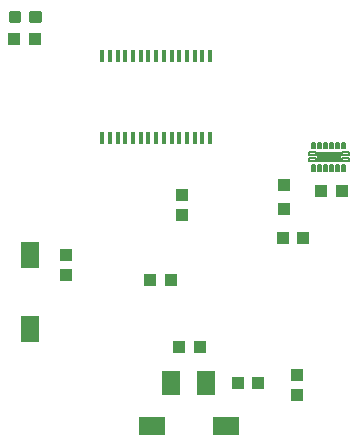
<source format=gtp>
G75*
G70*
%OFA0B0*%
%FSLAX24Y24*%
%IPPOS*%
%LPD*%
%AMOC8*
5,1,8,0,0,1.08239X$1,22.5*
%
%ADD10R,0.0120X0.0390*%
%ADD11R,0.0433X0.0394*%
%ADD12R,0.0591X0.0787*%
%ADD13R,0.0413X0.0425*%
%ADD14R,0.0394X0.0394*%
%ADD15R,0.0906X0.0630*%
%ADD16R,0.0630X0.0906*%
%ADD17R,0.0394X0.0433*%
%ADD18C,0.0118*%
%ADD19R,0.0110X0.0200*%
%ADD20R,0.0790X0.0350*%
%ADD21C,0.0060*%
D10*
X005694Y012654D03*
X005950Y012654D03*
X006206Y012654D03*
X006462Y012654D03*
X006718Y012654D03*
X006974Y012654D03*
X007230Y012654D03*
X007486Y012654D03*
X007742Y012654D03*
X007998Y012654D03*
X008253Y012654D03*
X008509Y012654D03*
X008765Y012654D03*
X009021Y012654D03*
X009277Y012654D03*
X009277Y015385D03*
X009021Y015385D03*
X008765Y015385D03*
X008509Y015385D03*
X008253Y015385D03*
X007998Y015385D03*
X007742Y015385D03*
X007486Y015385D03*
X007230Y015385D03*
X006974Y015385D03*
X006718Y015385D03*
X006462Y015385D03*
X006206Y015385D03*
X005950Y015385D03*
X005694Y015385D03*
D11*
X008345Y010767D03*
X008345Y010098D03*
X004497Y008741D03*
X004497Y008072D03*
X012197Y004771D03*
X012197Y004102D03*
D12*
X009148Y004500D03*
X007967Y004500D03*
D13*
X008263Y005685D03*
X008952Y005685D03*
X007964Y007935D03*
X007275Y007935D03*
X012982Y010897D03*
X013671Y010897D03*
D14*
X011741Y011084D03*
X011741Y010297D03*
D15*
X009817Y003057D03*
X007336Y003057D03*
D16*
X003297Y006286D03*
X003297Y008767D03*
D17*
X003431Y015967D03*
X002762Y015967D03*
X011722Y009337D03*
X012391Y009337D03*
X010881Y004487D03*
X010212Y004487D03*
D18*
X003324Y016559D02*
X003324Y016835D01*
X003600Y016835D01*
X003600Y016559D01*
X003324Y016559D01*
X003324Y016676D02*
X003600Y016676D01*
X003600Y016793D02*
X003324Y016793D01*
X002633Y016835D02*
X002633Y016559D01*
X002633Y016835D02*
X002909Y016835D01*
X002909Y016559D01*
X002633Y016559D01*
X002633Y016676D02*
X002909Y016676D01*
X002909Y016793D02*
X002633Y016793D01*
D19*
X012747Y012397D03*
X012937Y012397D03*
X013137Y012397D03*
X013337Y012397D03*
X013537Y012397D03*
X013727Y012397D03*
X013727Y011657D03*
X013537Y011657D03*
X013337Y011657D03*
X013137Y011657D03*
X012937Y011657D03*
X012747Y011657D03*
D20*
X013237Y012027D03*
D21*
X013287Y011747D02*
X013287Y011557D01*
X013387Y011557D01*
X013387Y011747D01*
X013287Y011747D01*
X013187Y011747D02*
X013087Y011747D01*
X013087Y011557D01*
X013187Y011557D01*
X013187Y011747D01*
X012987Y011747D02*
X012987Y011557D01*
X012897Y011557D01*
X012897Y011747D01*
X012987Y011747D01*
X012927Y011887D02*
X013547Y011887D01*
X013547Y012167D01*
X012927Y012167D01*
X012927Y011887D01*
X012807Y011877D02*
X012807Y011977D01*
X012567Y011977D01*
X012567Y011877D01*
X012807Y011877D01*
X012797Y011747D02*
X012697Y011747D01*
X012697Y011557D01*
X012797Y011557D01*
X012797Y011747D01*
X012807Y012077D02*
X012567Y012077D01*
X012567Y012177D01*
X012807Y012177D01*
X012807Y012077D01*
X012797Y012307D02*
X012697Y012307D01*
X012697Y012497D01*
X012797Y012497D01*
X012797Y012307D01*
X012897Y012307D02*
X012897Y012497D01*
X012987Y012497D01*
X012987Y012307D01*
X012897Y012307D01*
X013087Y012307D02*
X013087Y012497D01*
X013187Y012497D01*
X013187Y012307D01*
X013087Y012307D01*
X013287Y012307D02*
X013287Y012497D01*
X013387Y012497D01*
X013387Y012307D01*
X013287Y012307D01*
X013487Y012307D02*
X013577Y012307D01*
X013577Y012497D01*
X013487Y012497D01*
X013487Y012307D01*
X013677Y012307D02*
X013677Y012497D01*
X013777Y012497D01*
X013777Y012307D01*
X013677Y012307D01*
X013667Y012177D02*
X013907Y012177D01*
X013907Y012077D01*
X013667Y012077D01*
X013667Y012177D01*
X013667Y011977D02*
X013667Y011877D01*
X013907Y011877D01*
X013907Y011977D01*
X013667Y011977D01*
X013677Y011747D02*
X013677Y011557D01*
X013777Y011557D01*
X013777Y011747D01*
X013677Y011747D01*
X013577Y011747D02*
X013577Y011557D01*
X013487Y011557D01*
X013487Y011747D01*
X013577Y011747D01*
M02*

</source>
